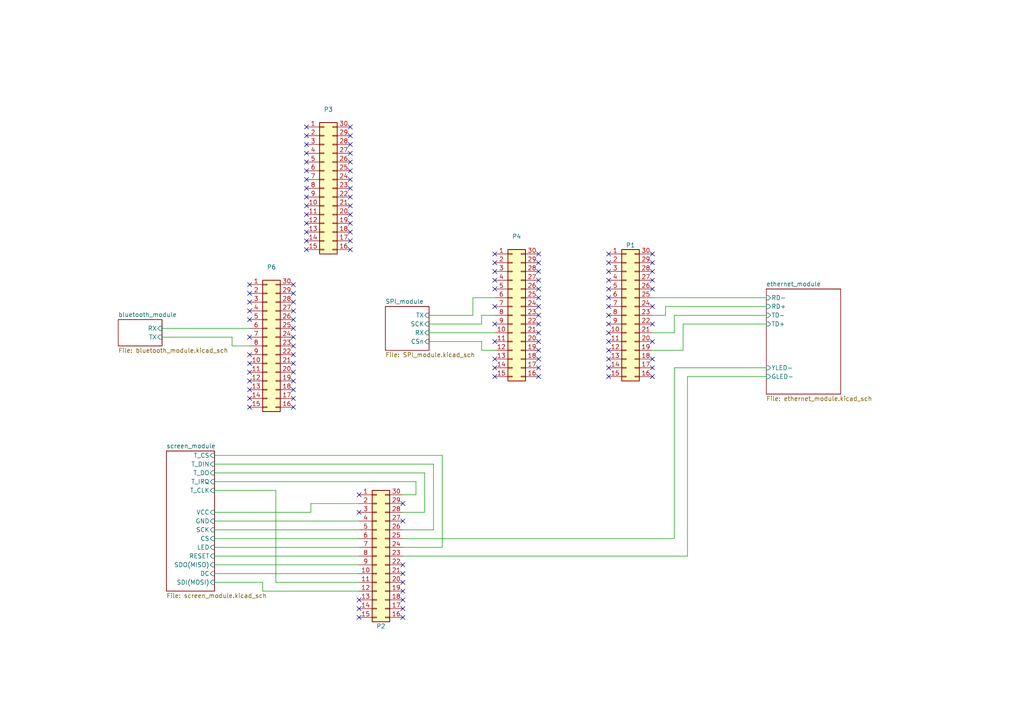
<source format=kicad_sch>
(kicad_sch (version 20230121) (generator eeschema)
  (paper "A4")
  (title_block (title "Colorlight i5 Ethernet adaptor") (rev "0.0") (company "Juan Pablo González Prieto, Diana López, Nicolás Muñoz"))
  (lib_symbols
    (symbol "Connector_Generic:Conn_02x15_Counter_Clockwise" (pin_names (offset 1.016) hide)
      (property "Reference" "J" (at 1.27 20.32 0))
      (property "Value" "Conn_02x15_Counter_Clockwise" (at 1.27 -20.32 0))
      (symbol "Conn_02x15_Counter_Clockwise_1_1"
        (rectangle (start -1.27 -17.653) (end 0 -17.907) (stroke (width 0.1524)))
        (rectangle (start -1.27 -15.113) (end 0 -15.367) (stroke (width 0.1524)))
        (rectangle (start -1.27 -12.573) (end 0 -12.827) (stroke (width 0.1524)))
        (rectangle (start -1.27 -10.033) (end 0 -10.287) (stroke (width 0.1524)))
        (rectangle (start -1.27 -7.493) (end 0 -7.747) (stroke (width 0.1524)))
        (rectangle (start -1.27 -4.953) (end 0 -5.207) (stroke (width 0.1524)))
        (rectangle (start -1.27 -2.413) (end 0 -2.667) (stroke (width 0.1524)))
        (rectangle (start -1.27 0.127) (end 0 -0.127) (stroke (width 0.1524)))
        (rectangle (start -1.27 2.667) (end 0 2.413) (stroke (width 0.1524)))
        (rectangle (start -1.27 5.207) (end 0 4.953) (stroke (width 0.1524)))
        (rectangle (start -1.27 7.747) (end 0 7.493) (stroke (width 0.1524)))
        (rectangle (start -1.27 10.287) (end 0 10.033) (stroke (width 0.1524)))
        (rectangle (start -1.27 12.827) (end 0 12.573) (stroke (width 0.1524)))
        (rectangle (start -1.27 15.367) (end 0 15.113) (stroke (width 0.1524)))
        (rectangle (start -1.27 17.907) (end 0 17.653) (stroke (width 0.1524)))
        (rectangle (start -1.27 19.05) (end 3.81 -19.05) (stroke (width 0.254)) (fill (type background)))
        (rectangle (start 3.81 -17.653) (end 2.54 -17.907) (stroke (width 0.1524)))
        (rectangle (start 3.81 -15.113) (end 2.54 -15.367) (stroke (width 0.1524)))
        (rectangle (start 3.81 -12.573) (end 2.54 -12.827) (stroke (width 0.1524)))
        (rectangle (start 3.81 -10.033) (end 2.54 -10.287) (stroke (width 0.1524)))
        (rectangle (start 3.81 -7.493) (end 2.54 -7.747) (stroke (width 0.1524)))
        (rectangle (start 3.81 -4.953) (end 2.54 -5.207) (stroke (width 0.1524)))
        (rectangle (start 3.81 -2.413) (end 2.54 -2.667) (stroke (width 0.1524)))
        (rectangle (start 3.81 0.127) (end 2.54 -0.127) (stroke (width 0.1524)))
        (rectangle (start 3.81 2.667) (end 2.54 2.413) (stroke (width 0.1524)))
        (rectangle (start 3.81 5.207) (end 2.54 4.953) (stroke (width 0.1524)))
        (rectangle (start 3.81 7.747) (end 2.54 7.493) (stroke (width 0.1524)))
        (rectangle (start 3.81 10.287) (end 2.54 10.033) (stroke (width 0.1524)))
        (rectangle (start 3.81 12.827) (end 2.54 12.573) (stroke (width 0.1524)))
        (rectangle (start 3.81 15.367) (end 2.54 15.113) (stroke (width 0.1524)))
        (rectangle (start 3.81 17.907) (end 2.54 17.653) (stroke (width 0.1524)))
        (pin passive line (at -5.08 17.78 0) (length 3.81) (name "Pin_1") (number "1"))
        (pin passive line (at -5.08 -5.08 0) (length 3.81) (name "Pin_10") (number "10"))
        (pin passive line (at -5.08 -7.62 0) (length 3.81) (name "Pin_11") (number "11"))
        (pin passive line (at -5.08 -10.16 0) (length 3.81) (name "Pin_12") (number "12"))
        (pin passive line (at -5.08 -12.7 0) (length 3.81) (name "Pin_13") (number "13"))
        (pin passive line (at -5.08 -15.24 0) (length 3.81) (name "Pin_14") (number "14"))
        (pin passive line (at -5.08 -17.78 0) (length 3.81) (name "Pin_15") (number "15"))
        (pin passive line (at 7.62 -17.78 180) (length 3.81) (name "Pin_16") (number "16"))
        (pin passive line (at 7.62 -15.24 180) (length 3.81) (name "Pin_17") (number "17"))
        (pin passive line (at 7.62 -12.7 180) (length 3.81) (name "Pin_18") (number "18"))
        (pin passive line (at 7.62 -10.16 180) (length 3.81) (name "Pin_19") (number "19"))
        (pin passive line (at -5.08 15.24 0) (length 3.81) (name "Pin_2") (number "2"))
        (pin passive line (at 7.62 -7.62 180) (length 3.81) (name "Pin_20") (number "20"))
        (pin passive line (at 7.62 -5.08 180) (length 3.81) (name "Pin_21") (number "21"))
        (pin passive line (at 7.62 -2.54 180) (length 3.81) (name "Pin_22") (number "22"))
        (pin passive line (at 7.62 0 180) (length 3.81) (name "Pin_23") (number "23"))
        (pin passive line (at 7.62 2.54 180) (length 3.81) (name "Pin_24") (number "24"))
        (pin passive line (at 7.62 5.08 180) (length 3.81) (name "Pin_25") (number "25"))
        (pin passive line (at 7.62 7.62 180) (length 3.81) (name "Pin_26") (number "26"))
        (pin passive line (at 7.62 10.16 180) (length 3.81) (name "Pin_27") (number "27"))
        (pin passive line (at 7.62 12.7 180) (length 3.81) (name "Pin_28") (number "28"))
        (pin passive line (at 7.62 15.24 180) (length 3.81) (name "Pin_29") (number "29"))
        (pin passive line (at -5.08 12.7 0) (length 3.81) (name "Pin_3") (number "3"))
        (pin passive line (at 7.62 17.78 180) (length 3.81) (name "Pin_30") (number "30"))
        (pin passive line (at -5.08 10.16 0) (length 3.81) (name "Pin_4") (number "4"))
        (pin passive line (at -5.08 7.62 0) (length 3.81) (name "Pin_5") (number "5"))
        (pin passive line (at -5.08 5.08 0) (length 3.81) (name "Pin_6") (number "6"))
        (pin passive line (at -5.08 2.54 0) (length 3.81) (name "Pin_7") (number "7"))
        (pin passive line (at -5.08 0 0) (length 3.81) (name "Pin_8") (number "8"))
        (pin passive line (at -5.08 -2.54 0) (length 3.81) (name "Pin_9") (number "9"))
      )
    )
  )
  (no_connect (at 143.51 76.2))
  (no_connect (at 101.6 46.99))
  (no_connect (at 189.23 104.14))
  (no_connect (at 189.23 88.9))
  (no_connect (at 116.84 151.13))
  (no_connect (at 189.23 106.68))
  (no_connect (at 72.39 107.95))
  (no_connect (at 189.23 99.06))
  (no_connect (at 176.53 88.9))
  (no_connect (at 101.6 39.37))
  (no_connect (at 72.39 90.17))
  (no_connect (at 88.9 57.15))
  (no_connect (at 72.39 87.63))
  (no_connect (at 156.21 96.52))
  (no_connect (at 101.6 62.23))
  (no_connect (at 101.6 52.07))
  (no_connect (at 88.9 46.99))
  (no_connect (at 176.53 81.28))
  (no_connect (at 72.39 97.79))
  (no_connect (at 143.51 99.06))
  (no_connect (at 88.9 44.45))
  (no_connect (at 88.9 62.23))
  (no_connect (at 156.21 109.22))
  (no_connect (at 156.21 101.6))
  (no_connect (at 143.51 83.82))
  (no_connect (at 176.53 106.68))
  (no_connect (at 104.14 173.99))
  (no_connect (at 143.51 81.28))
  (no_connect (at 85.09 113.03))
  (no_connect (at 85.09 107.95))
  (no_connect (at 72.39 110.49))
  (no_connect (at 101.6 54.61))
  (no_connect (at 176.53 86.36))
  (no_connect (at 189.23 81.28))
  (no_connect (at 116.84 176.53))
  (no_connect (at 156.21 104.14))
  (no_connect (at 104.14 176.53))
  (no_connect (at 143.51 93.98))
  (no_connect (at 85.09 110.49))
  (no_connect (at 88.9 36.83))
  (no_connect (at 88.9 54.61))
  (no_connect (at 176.53 109.22))
  (no_connect (at 176.53 104.14))
  (no_connect (at 116.84 166.37))
  (no_connect (at 101.6 72.39))
  (no_connect (at 104.14 148.59))
  (no_connect (at 189.23 78.74))
  (no_connect (at 176.53 76.2))
  (no_connect (at 176.53 93.98))
  (no_connect (at 88.9 39.37))
  (no_connect (at 156.21 76.2))
  (no_connect (at 116.84 171.45))
  (no_connect (at 101.6 49.53))
  (no_connect (at 72.39 118.11))
  (no_connect (at 143.51 106.68))
  (no_connect (at 88.9 59.69))
  (no_connect (at 85.09 102.87))
  (no_connect (at 85.09 100.33))
  (no_connect (at 72.39 92.71))
  (no_connect (at 72.39 115.57))
  (no_connect (at 85.09 115.57))
  (no_connect (at 176.53 83.82))
  (no_connect (at 189.23 83.82))
  (no_connect (at 116.84 179.07))
  (no_connect (at 156.21 81.28))
  (no_connect (at 176.53 78.74))
  (no_connect (at 88.9 69.85))
  (no_connect (at 189.23 93.98))
  (no_connect (at 101.6 41.91))
  (no_connect (at 101.6 36.83))
  (no_connect (at 116.84 173.99))
  (no_connect (at 101.6 57.15))
  (no_connect (at 143.51 78.74))
  (no_connect (at 88.9 52.07))
  (no_connect (at 85.09 97.79))
  (no_connect (at 85.09 85.09))
  (no_connect (at 156.21 86.36))
  (no_connect (at 156.21 99.06))
  (no_connect (at 72.39 102.87))
  (no_connect (at 189.23 73.66))
  (no_connect (at 156.21 73.66))
  (no_connect (at 116.84 146.05))
  (no_connect (at 85.09 118.11))
  (no_connect (at 156.21 91.44))
  (no_connect (at 156.21 78.74))
  (no_connect (at 143.51 104.14))
  (no_connect (at 176.53 101.6))
  (no_connect (at 189.23 109.22))
  (no_connect (at 85.09 92.71))
  (no_connect (at 143.51 109.22))
  (no_connect (at 143.51 73.66))
  (no_connect (at 88.9 64.77))
  (no_connect (at 176.53 96.52))
  (no_connect (at 101.6 69.85))
  (no_connect (at 88.9 41.91))
  (no_connect (at 101.6 59.69))
  (no_connect (at 101.6 67.31))
  (no_connect (at 104.14 179.07))
  (no_connect (at 85.09 82.55))
  (no_connect (at 72.39 105.41))
  (no_connect (at 156.21 83.82))
  (no_connect (at 189.23 76.2))
  (no_connect (at 176.53 73.66))
  (no_connect (at 85.09 95.25))
  (no_connect (at 104.14 143.51))
  (no_connect (at 116.84 163.83))
  (no_connect (at 156.21 88.9))
  (no_connect (at 72.39 82.55))
  (no_connect (at 176.53 99.06))
  (no_connect (at 156.21 106.68))
  (no_connect (at 88.9 49.53))
  (no_connect (at 101.6 64.77))
  (no_connect (at 85.09 87.63))
  (no_connect (at 101.6 44.45))
  (no_connect (at 72.39 113.03))
  (no_connect (at 88.9 72.39))
  (no_connect (at 176.53 91.44))
  (no_connect (at 143.51 88.9))
  (no_connect (at 156.21 93.98))
  (no_connect (at 72.39 85.09))
  (no_connect (at 85.09 105.41))
  (no_connect (at 88.9 67.31))
  (no_connect (at 85.09 90.17))
  (no_connect (at 116.84 168.91))
  (wire (pts (xy 62.23 158.75) (xy 104.14 158.75)))
  (wire (pts (xy 62.23 148.59) (xy 90.17 148.59)))
  (wire (pts (xy 67.31 100.33) (xy 72.39 100.33)))
  (wire (pts (xy 62.23 151.13) (xy 104.14 151.13)))
  (wire (pts (xy 198.12 101.6) (xy 189.23 101.6)))
  (wire (pts (xy 46.99 97.79) (xy 67.31 97.79)))
  (wire (pts (xy 62.23 161.29) (xy 104.14 161.29)))
  (wire (pts (xy 193.04 91.44) (xy 189.23 91.44)))
  (wire (pts (xy 90.17 146.05) (xy 104.14 146.05)))
  (wire (pts (xy 123.19 148.59) (xy 116.84 148.59)))
  (wire (pts (xy 222.25 106.68) (xy 195.58 106.68)))
  (wire (pts (xy 195.58 96.52) (xy 189.23 96.52)))
  (wire (pts (xy 189.23 86.36) (xy 222.25 86.36)))
  (wire (pts (xy 62.23 134.62) (xy 125.73 134.62)))
  (wire (pts (xy 62.23 139.7) (xy 120.65 139.7)))
  (wire (pts (xy 62.23 153.67) (xy 104.14 153.67)))
  (wire (pts (xy 222.25 109.22) (xy 199.39 109.22)))
  (wire (pts (xy 195.58 106.68) (xy 195.58 156.21)))
  (wire (pts (xy 125.73 153.67) (xy 116.84 153.67)))
  (wire (pts (xy 193.04 88.9) (xy 193.04 91.44)))
  (wire (pts (xy 62.23 168.91) (xy 76.2 168.91)))
  (wire (pts (xy 128.27 158.75) (xy 116.84 158.75)))
  (wire (pts (xy 125.73 134.62) (xy 125.73 153.67)))
  (wire (pts (xy 62.23 137.16) (xy 123.19 137.16)))
  (wire (pts (xy 124.46 96.52) (xy 143.51 96.52)))
  (wire (pts (xy 120.65 143.51) (xy 116.84 143.51)))
  (wire (pts (xy 76.2 168.91) (xy 76.2 171.45)))
  (wire (pts (xy 124.46 93.98) (xy 139.7 93.98)))
  (wire (pts (xy 128.27 132.08) (xy 128.27 158.75)))
  (wire (pts (xy 137.16 91.44) (xy 137.16 86.36)))
  (wire (pts (xy 80.01 168.91) (xy 104.14 168.91)))
  (wire (pts (xy 62.23 142.24) (xy 80.01 142.24)))
  (wire (pts (xy 62.23 132.08) (xy 128.27 132.08)))
  (wire (pts (xy 199.39 109.22) (xy 199.39 161.29)))
  (wire (pts (xy 198.12 93.98) (xy 198.12 101.6)))
  (wire (pts (xy 139.7 91.44) (xy 143.51 91.44)))
  (wire (pts (xy 198.12 93.98) (xy 222.25 93.98)))
  (wire (pts (xy 222.25 91.44) (xy 195.58 91.44)))
  (wire (pts (xy 46.99 95.25) (xy 72.39 95.25)))
  (wire (pts (xy 90.17 148.59) (xy 90.17 146.05)))
  (wire (pts (xy 116.84 156.21) (xy 195.58 156.21)))
  (wire (pts (xy 67.31 97.79) (xy 67.31 100.33)))
  (wire (pts (xy 199.39 161.29) (xy 116.84 161.29)))
  (wire (pts (xy 139.7 93.98) (xy 139.7 91.44)))
  (wire (pts (xy 124.46 91.44) (xy 137.16 91.44)))
  (wire (pts (xy 62.23 166.37) (xy 104.14 166.37)))
  (wire (pts (xy 139.7 99.06) (xy 139.7 101.6)))
  (wire (pts (xy 62.23 156.21) (xy 104.14 156.21)))
  (wire (pts (xy 124.46 99.06) (xy 139.7 99.06)))
  (wire (pts (xy 195.58 91.44) (xy 195.58 96.52)))
  (wire (pts (xy 76.2 171.45) (xy 104.14 171.45)))
  (wire (pts (xy 80.01 142.24) (xy 80.01 168.91)))
  (wire (pts (xy 120.65 139.7) (xy 120.65 143.51)))
  (wire (pts (xy 193.04 88.9) (xy 222.25 88.9)))
  (wire (pts (xy 137.16 86.36) (xy 143.51 86.36)))
  (wire (pts (xy 123.19 137.16) (xy 123.19 148.59)))
  (wire (pts (xy 62.23 163.83) (xy 104.14 163.83)))
  (wire (pts (xy 139.7 101.6) (xy 143.51 101.6)))
  (symbol (lib_id "Connector_Generic:Conn_02x15_Counter_Clockwise") (at 109.22 161.29 0) (unit 1)
    (property "Reference" "P2" (at 110.49 181.61 0))
    (property "Value" "Conn_02x15_Counter_Clockwise" (effects hide))
    (property "Footprint" "Connector_PinHeader_2.54mm:PinHeader_2x15_P2.54mm_Vertical" (effects hide))
  )
  (symbol (lib_id "Connector_Generic:Conn_02x15_Counter_Clockwise") (at 181.61 91.44 0) (unit 1)
    (property "Reference" "P1" (at 182.88 71.12 0))
    (property "Value" "Conn_02x15_Counter_Clockwise" (effects hide))
    (property "Footprint" "Connector_PinHeader_2.54mm:PinHeader_2x15_P2.54mm_Vertical" (effects hide))
  )
  (symbol (lib_id "Connector_Generic:Conn_02x15_Counter_Clockwise") (at 93.98 54.61 0) (unit 1)
    (property "Reference" "P3" (at 95.25 31.75 0))
    (property "Value" "Conn_02x15_Counter_Clockwise" (effects hide))
    (property "Footprint" "Connector_PinHeader_2.54mm:PinHeader_2x15_P2.54mm_Vertical" (effects hide))
  )
  (symbol (lib_id "Connector_Generic:Conn_02x15_Counter_Clockwise") (at 77.47 100.33 0) (unit 1)
    (property "Reference" "P6" (at 78.74 77.47 0))
    (property "Value" "Conn_02x15_Counter_Clockwise" (effects hide))
    (property "Footprint" "Connector_PinHeader_2.54mm:PinHeader_2x15_P2.54mm_Vertical" (effects hide))
  )
  (symbol (lib_id "Connector_Generic:Conn_02x15_Counter_Clockwise") (at 148.59 91.44 0) (unit 1)
    (property "Reference" "P4" (at 149.86 68.58 0))
    (property "Value" "Conn_02x15_Counter_Clockwise" (effects hide))
    (property "Footprint" "Connector_PinHeader_2.54mm:PinHeader_2x15_P2.54mm_Vertical" (effects hide))
  )
  (sheet (at 34.29 92.71) (size 12.7 7.62) (stroke (width 0.1524))
    (property "Sheetname" "bluetooth_module" (at 34.29 91.9984 0) (effects (justify left bottom)))
    (property "Sheetfile" "bluetooth_module.kicad_sch" (at 34.29 100.9146 0) (effects (justify left top)))
    (pin "RX" input (at 46.99 95.25 0))
    (pin "TX" input (at 46.99 97.79 0))
  )
  (sheet (at 111.76 88.9) (size 12.7 12.7) (stroke (width 0.1524))
    (property "Sheetname" "SPI_module" (at 111.76 88.1884 0) (effects (justify left bottom)))
    (property "Sheetfile" "SPI_module.kicad_sch" (at 111.76 102.1846 0) (effects (justify left top)))
    (pin "TX" input (at 124.46 91.44 0))
    (pin "SCK" input (at 124.46 93.98 0))
    (pin "RX" input (at 124.46 96.52 0))
    (pin "CSn" input (at 124.46 99.06 0))
  )
  (sheet (at 48.26 130.81) (size 13.97 40.64) (stroke (width 0.1524))
    (property "Sheetname" "screen_module" (at 48.26 130.0984 0) (effects (justify left bottom)))
    (property "Sheetfile" "screen_module.kicad_sch" (at 48.26 172.0346 0) (effects (justify left top)))
    (pin "T_IRQ" input (at 62.23 139.7 0))
    (pin "T_DO" input (at 62.23 137.16 0))
    (pin "T_DIN" input (at 62.23 134.62 0))
    (pin "T_CS" input (at 62.23 132.08 0))
    (pin "T_CLK" input (at 62.23 142.24 0))
    (pin "SDO(MISO)" input (at 62.23 163.83 0))
    (pin "LED" input (at 62.23 158.75 0))
    (pin "SCK" input (at 62.23 153.67 0))
    (pin "SDI(MOSI)" input (at 62.23 168.91 0))
    (pin "DC" input (at 62.23 166.37 0))
    (pin "RESET" input (at 62.23 161.29 0))
    (pin "CS" input (at 62.23 156.21 0))
    (pin "GND" input (at 62.23 151.13 0))
    (pin "VCC" input (at 62.23 148.59 0))
  )
  (sheet (at 222.25 83.82) (size 21.59 30.48) (stroke (width 0.1524))
    (property "Sheetname" "ethernet_module" (at 222.25 83.1084 0) (effects (justify left bottom)))
    (property "Sheetfile" "ethernet_module.kicad_sch" (at 222.25 114.8846 0) (effects (justify left top)))
    (pin "TD+" input (at 222.25 93.98 180))
    (pin "TD-" input (at 222.25 91.44 180))
    (pin "RD-" input (at 222.25 86.36 180))
    (pin "RD+" input (at 222.25 88.9 180))
    (pin "GLED-" input (at 222.25 109.22 180))
    (pin "YLED-" input (at 222.25 106.68 180))
  )
)
</source>
